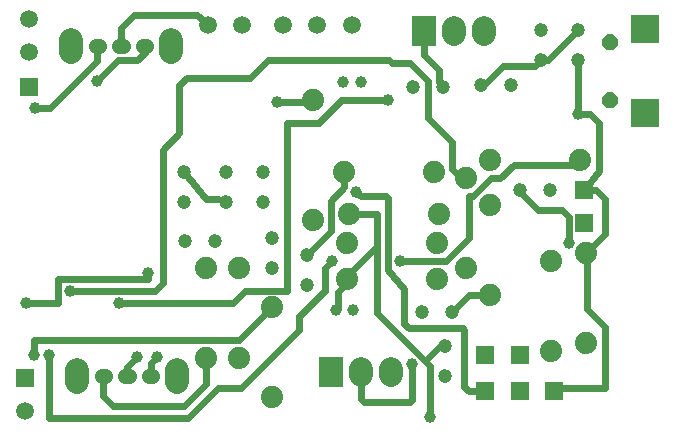
<source format=gbl>
G04 Layer: BottomLayer*
G04 EasyEDA v5.9.42, Mon, 01 Apr 2019 20:05:28 GMT*
G04 e7f0afa64d6d408caf880ab9bb1ba352*
G04 Gerber Generator version 0.2*
G04 Scale: 100 percent, Rotated: No, Reflected: No *
G04 Dimensions in millimeters *
G04 leading zeros omitted , absolute positions ,3 integer and 3 decimal *
%FSLAX33Y33*%
%MOMM*%
G90*
G71D02*

%ADD11C,0.609600*%
%ADD14C,0.610006*%
%ADD16C,1.999996*%
%ADD17C,0.999998*%
%ADD26C,1.193800*%
%ADD27C,1.879600*%
%ADD28R,1.999996X2.499995*%
%ADD29C,1.498600*%
%ADD30R,1.498600X1.498600*%
%ADD31R,2.400046X2.400046*%
%ADD32C,1.299972*%

%LPD*%
G54D11*
G01X2667Y27432D02*
G01X3937Y27432D01*
G01X7906Y31401D01*
G01X7906Y32639D01*
G01X28829Y21971D02*
G01X28829Y20701D01*
G01X27686Y19558D01*
G01X27686Y17018D01*
G01X25654Y14986D01*
G01X29083Y12954D02*
G01X29083Y12573D01*
G01X28321Y11811D01*
G01X28321Y10529D01*
G01X28078Y10287D01*
G01X9779Y10922D02*
G01X19431Y10922D01*
G01X20447Y11938D01*
G01X24003Y11938D01*
G01X24003Y17272D01*
G01X29083Y12954D02*
G01X29083Y13208D01*
G01X31623Y15748D01*
G01X31623Y18415D01*
G01X29210Y18415D01*
G01X31623Y15748D02*
G01X31623Y10033D01*
G01X36068Y5588D01*
G01X36068Y1270D01*
G01X22733Y10541D02*
G01X19939Y7747D01*
G01X2540Y7747D01*
G01X2540Y6477D01*
G01X1905Y10922D02*
G01X4572Y10922D01*
G01X4572Y12954D01*
G01X12192Y12954D01*
G01X12192Y13462D01*
G01X34544Y5715D02*
G01X34544Y2667D01*
G01X34417Y2540D01*
G01X30480Y2540D01*
G01X30226Y2794D01*
G01X30226Y5080D01*
G01X18161Y3683D02*
G01X20066Y3683D01*
G01X25019Y8636D01*
G01X25019Y9779D01*
G01X27178Y11938D01*
G01X27178Y13843D01*
G01X27813Y14478D01*
G01X37338Y7239D02*
G01X36936Y7239D01*
G01X35687Y5969D01*
G01X5588Y11938D02*
G01X12827Y11938D01*
G01X13462Y12573D01*
G01X13462Y23876D01*
G01X14859Y25273D01*
G01X14859Y29337D01*
G01X15494Y29972D01*
G01X20828Y29972D01*
G01X22352Y31496D01*
G01X32639Y31496D01*
G01X32893Y31242D01*
G01X34417Y31242D01*
G01X35941Y29718D01*
G01X35941Y26543D01*
G01X37973Y24511D01*
G01X37973Y22225D01*
G01X38481Y21717D01*
G01X35560Y33909D02*
G01X35560Y31877D01*
G01X36830Y30607D01*
G01X36830Y29591D01*
G01X37211Y29210D01*
G01X40386Y29337D02*
G01X40640Y29337D01*
G01X42291Y30988D01*
G01X44958Y30988D01*
G01X45466Y31496D01*
G01X45466Y31496D02*
G01X46101Y31496D01*
G01X48641Y34036D01*
G01X48641Y26924D02*
G01X49657Y26924D01*
G01X50419Y26162D01*
G01X50419Y22080D01*
G01X49149Y20447D01*
G01X33528Y14478D02*
G01X37465Y14478D01*
G01X39370Y16383D01*
G01X39370Y19939D01*
G01X39751Y19939D01*
G01X41275Y21463D01*
G01X42037Y21463D01*
G01X43180Y22606D01*
G01X48768Y22606D01*
G01X48768Y22987D01*
G01X49149Y20447D02*
G01X50165Y20447D01*
G01X50927Y19685D01*
G01X50927Y16764D01*
G01X49276Y15113D01*
G01X43688Y20447D02*
G01X43688Y20320D01*
G01X45212Y18796D01*
G01X47244Y18796D01*
G01X47879Y18161D01*
G01X47879Y16002D01*
G01X41148Y11557D02*
G01X39370Y11557D01*
G01X37973Y10160D01*
G01X49276Y15113D02*
G01X49403Y15113D01*
G01X49403Y10414D01*
G01X50927Y8890D01*
G01X50927Y3683D01*
G01X46863Y3683D01*
G01X46609Y3429D01*
G01X40767Y3429D02*
G01X39370Y3429D01*
G01X38989Y3810D01*
G01X38989Y8636D01*
G01X38862Y8763D01*
G01X34290Y8763D01*
G01X33909Y9144D01*
G01X33909Y12065D01*
G01X32512Y13716D01*
G01X32512Y15875D01*
G01X32512Y16129D01*
G01X32512Y19812D01*
G01X32385Y19939D01*
G01X30226Y19939D01*
G01X29845Y20320D01*
G01X18161Y19685D02*
G01X17145Y19685D01*
G01X15240Y21971D01*
G01X23114Y27940D02*
G01X26035Y27940D01*
G01X26162Y28067D01*
G01X24003Y17272D02*
G01X24003Y26162D01*
G01X26670Y26162D01*
G01X28575Y28067D01*
G01X32512Y28067D01*
G54D14*
G01X8415Y4699D02*
G01X8415Y3014D01*
G01X9271Y2159D01*
G01X15240Y2159D01*
G01X17145Y4064D01*
G01X17145Y6223D01*
G01X12954Y6350D02*
G01X12413Y5809D01*
G01X12413Y4699D01*
G01X11303Y6350D02*
G01X10413Y5460D01*
G01X10413Y4699D01*
G01X3810Y6477D02*
G01X3810Y1143D01*
G01X15621Y1143D01*
G01X18161Y3683D01*
G01X9906Y32639D02*
G01X9906Y34163D01*
G01X10541Y34798D01*
G01X11049Y35306D01*
G01X16383Y35306D01*
G01X17272Y34417D01*
G01X11905Y32639D02*
G01X11905Y32098D01*
G01X11303Y31496D01*
G01X9652Y31496D01*
G01X7874Y29718D01*
G01X48641Y31496D02*
G01X48641Y26924D01*
G54D26*
G01X45466Y31496D03*
G01X45466Y34036D03*
G54D27*
G01X41148Y19177D03*
G01X41148Y11557D03*
G54D26*
G01X48641Y31496D03*
G01X48641Y34036D03*
G54D27*
G01X26162Y28067D03*
G01X26162Y17907D03*
G54D17*
G01X30214Y29591D03*
G01X28713Y29591D03*
G54D27*
G01X29083Y16002D03*
G01X36703Y16002D03*
G01X36703Y12954D03*
G01X29083Y12954D03*
G01X28829Y21971D03*
G01X36449Y21971D03*
G01X36830Y18415D03*
G01X29210Y18415D03*
G54D17*
G01X28078Y10287D03*
G01X29579Y10287D03*
G54D26*
G01X15240Y19431D03*
G01X15240Y21971D03*
G01X18796Y21971D03*
G01X18796Y19431D03*
G01X21971Y19431D03*
G01X21971Y21971D03*
G01X17907Y16129D03*
G01X15367Y16129D03*
G54D27*
G01X22733Y10541D03*
G01X22733Y2921D03*
G54D26*
G01X22733Y16383D03*
G01X22733Y13843D03*
G54D27*
G01X19939Y13843D03*
G01X19939Y6223D03*
G01X17145Y6223D03*
G01X17145Y13843D03*
G54D28*
G01X27686Y5080D03*
G54D26*
G01X37338Y7239D03*
G01X37338Y4699D03*
G54D27*
G01X39116Y21463D03*
G01X39116Y13843D03*
G54D26*
G01X37973Y10160D03*
G01X35433Y10160D03*
G54D28*
G01X35560Y33909D03*
G54D26*
G01X40386Y29337D03*
G01X42926Y29337D03*
G01X37211Y29210D03*
G01X34671Y29210D03*
G54D27*
G01X41148Y22987D03*
G01X48768Y22987D03*
G54D26*
G01X43688Y20447D03*
G01X46228Y20447D03*
G54D27*
G01X49276Y7493D03*
G01X49276Y15113D03*
G01X46355Y14478D03*
G01X46355Y6858D03*
G54D29*
G01X23622Y34417D03*
G01X26543Y34417D03*
G01X17272Y34417D03*
G01X2159Y32131D03*
G01X2159Y34925D03*
G01X20193Y34417D03*
G01X29464Y34417D03*
G01X1778Y1778D03*
G54D30*
G01X49149Y20447D03*
G01X49149Y17653D03*
G01X40767Y6477D03*
G01X43688Y6477D03*
G01X1778Y4572D03*
G01X2159Y29210D03*
G54D26*
G01X25654Y12446D03*
G01X25654Y14986D03*
G54D30*
G01X46609Y3429D03*
G01X40767Y3429D03*
G01X43688Y3429D03*
G36*
G01X50642Y27838D02*
G01X51028Y27454D01*
G01X51572Y27454D01*
G01X51955Y27838D01*
G01X51955Y28384D01*
G01X51572Y28768D01*
G01X51028Y28768D01*
G01X50642Y28384D01*
G01X50642Y27838D01*
G37*
G36*
G01X50642Y32738D02*
G01X51028Y32354D01*
G01X51572Y32354D01*
G01X51955Y32738D01*
G01X51955Y33284D01*
G01X51572Y33667D01*
G01X51028Y33667D01*
G01X50642Y33284D01*
G01X50642Y32738D01*
G37*
G54D31*
G01X54300Y27004D03*
G01X54300Y34116D03*
G54D17*
G01X2667Y27432D03*
G01X23114Y27940D03*
G01X9779Y10922D03*
G01X5588Y11938D03*
G01X32512Y28067D03*
G01X36068Y1270D03*
G01X2540Y6477D03*
G01X1905Y10922D03*
G01X12192Y13462D03*
G01X34544Y5715D03*
G01X27813Y14478D03*
G01X33528Y14478D03*
G01X48641Y26924D03*
G01X47879Y16002D03*
G01X29845Y20320D03*
G01X11303Y6350D03*
G01X12954Y6350D03*
G01X3810Y6477D03*
G01X7874Y29718D03*
G54D16*
G01X32766Y5329D02*
G01X32766Y4829D01*
G01X30226Y5329D02*
G01X30226Y4829D01*
G01X40640Y34157D02*
G01X40640Y33660D01*
G01X38100Y34157D02*
G01X38100Y33660D01*
G54D32*
G01X8564Y4699D02*
G01X8262Y4699D01*
G01X12562Y4699D02*
G01X12263Y4699D01*
G01X10563Y4699D02*
G01X10264Y4699D01*
G54D16*
G01X14615Y5199D02*
G01X14615Y4198D01*
G01X6212Y5199D02*
G01X6212Y4198D01*
G54D32*
G01X11755Y32639D02*
G01X12054Y32639D01*
G01X7757Y32639D02*
G01X8056Y32639D01*
G01X9756Y32639D02*
G01X10055Y32639D01*
G54D16*
G01X5704Y32138D02*
G01X5704Y33139D01*
G01X14107Y32138D02*
G01X14107Y33139D01*
M00*
M02*

</source>
